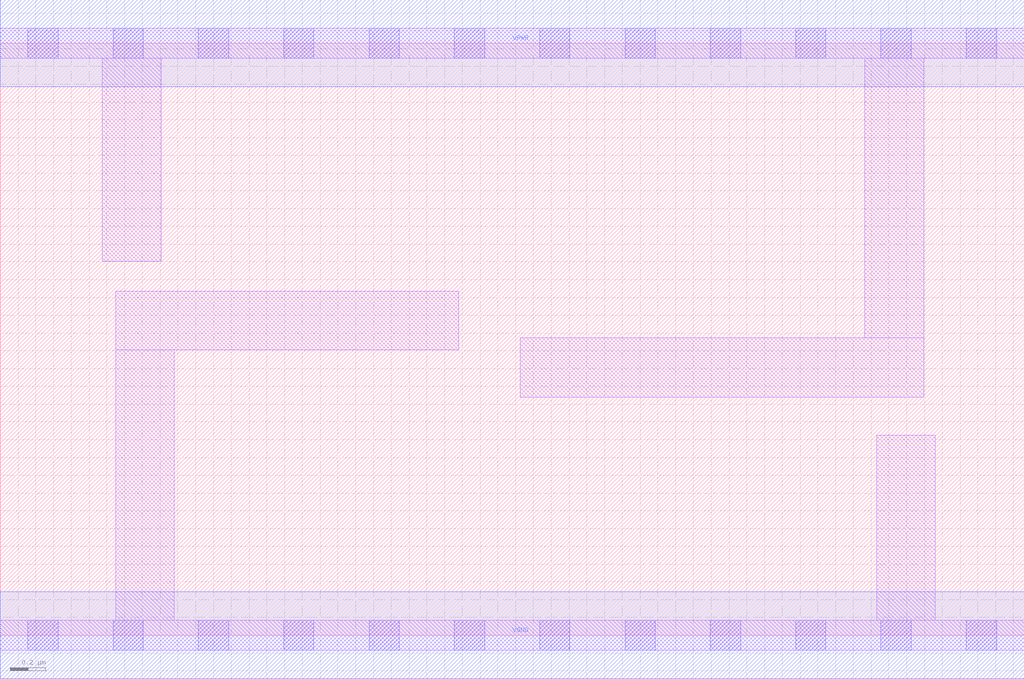
<source format=lef>
# Copyright 2020 The SkyWater PDK Authors
#
# Licensed under the Apache License, Version 2.0 (the "License");
# you may not use this file except in compliance with the License.
# You may obtain a copy of the License at
#
#     https://www.apache.org/licenses/LICENSE-2.0
#
# Unless required by applicable law or agreed to in writing, software
# distributed under the License is distributed on an "AS IS" BASIS,
# WITHOUT WARRANTIES OR CONDITIONS OF ANY KIND, either express or implied.
# See the License for the specific language governing permissions and
# limitations under the License.
#
# SPDX-License-Identifier: Apache-2.0

VERSION 5.5 ;
NAMESCASESENSITIVE ON ;
BUSBITCHARS "[]" ;
DIVIDERCHAR "/" ;
MACRO sky130_fd_sc_lp__decap_12
  CLASS CORE SPACER ;
  SOURCE USER ;
  ORIGIN  0.000000  0.000000 ;
  SIZE  5.760000 BY  3.330000 ;
  SYMMETRY X Y R90 ;
  SITE unit ;
  PIN VGND
    DIRECTION INOUT ;
    USE GROUND ;
    PORT
      LAYER met1 ;
        RECT 0.000000 -0.245000 5.760000 0.245000 ;
    END
  END VGND
  PIN VPWR
    DIRECTION INOUT ;
    USE POWER ;
    PORT
      LAYER met1 ;
        RECT 0.000000 3.085000 5.760000 3.575000 ;
    END
  END VPWR
  OBS
    LAYER li1 ;
      RECT 0.000000 -0.085000 5.760000 0.085000 ;
      RECT 0.000000  3.245000 5.760000 3.415000 ;
      RECT 0.575000  2.105000 0.905000 3.245000 ;
      RECT 0.650000  0.085000 0.980000 1.605000 ;
      RECT 0.650000  1.605000 2.580000 1.935000 ;
      RECT 2.925000  1.340000 5.195000 1.675000 ;
      RECT 4.865000  1.675000 5.195000 3.245000 ;
      RECT 4.930000  0.085000 5.260000 1.125000 ;
    LAYER mcon ;
      RECT 0.155000 -0.085000 0.325000 0.085000 ;
      RECT 0.155000  3.245000 0.325000 3.415000 ;
      RECT 0.635000 -0.085000 0.805000 0.085000 ;
      RECT 0.635000  3.245000 0.805000 3.415000 ;
      RECT 1.115000 -0.085000 1.285000 0.085000 ;
      RECT 1.115000  3.245000 1.285000 3.415000 ;
      RECT 1.595000 -0.085000 1.765000 0.085000 ;
      RECT 1.595000  3.245000 1.765000 3.415000 ;
      RECT 2.075000 -0.085000 2.245000 0.085000 ;
      RECT 2.075000  3.245000 2.245000 3.415000 ;
      RECT 2.555000 -0.085000 2.725000 0.085000 ;
      RECT 2.555000  3.245000 2.725000 3.415000 ;
      RECT 3.035000 -0.085000 3.205000 0.085000 ;
      RECT 3.035000  3.245000 3.205000 3.415000 ;
      RECT 3.515000 -0.085000 3.685000 0.085000 ;
      RECT 3.515000  3.245000 3.685000 3.415000 ;
      RECT 3.995000 -0.085000 4.165000 0.085000 ;
      RECT 3.995000  3.245000 4.165000 3.415000 ;
      RECT 4.475000 -0.085000 4.645000 0.085000 ;
      RECT 4.475000  3.245000 4.645000 3.415000 ;
      RECT 4.955000 -0.085000 5.125000 0.085000 ;
      RECT 4.955000  3.245000 5.125000 3.415000 ;
      RECT 5.435000 -0.085000 5.605000 0.085000 ;
      RECT 5.435000  3.245000 5.605000 3.415000 ;
  END
END sky130_fd_sc_lp__decap_12

</source>
